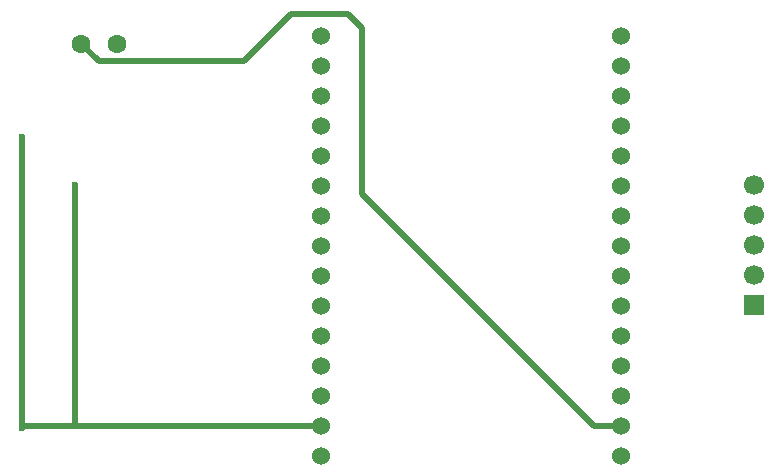
<source format=gbl>
%TF.GenerationSoftware,KiCad,Pcbnew,9.0.7*%
%TF.CreationDate,2026-02-09T12:59:15-05:00*%
%TF.ProjectId,led-planets,6c65642d-706c-4616-9e65-74732e6b6963,rev?*%
%TF.SameCoordinates,Original*%
%TF.FileFunction,Copper,L2,Bot*%
%TF.FilePolarity,Positive*%
%FSLAX46Y46*%
G04 Gerber Fmt 4.6, Leading zero omitted, Abs format (unit mm)*
G04 Created by KiCad (PCBNEW 9.0.7) date 2026-02-09 12:59:15*
%MOMM*%
%LPD*%
G01*
G04 APERTURE LIST*
%TA.AperFunction,ComponentPad*%
%ADD10R,1.700000X1.700000*%
%TD*%
%TA.AperFunction,ComponentPad*%
%ADD11C,1.700000*%
%TD*%
%TA.AperFunction,ComponentPad*%
%ADD12C,1.524000*%
%TD*%
%TA.AperFunction,ComponentPad*%
%ADD13C,1.600000*%
%TD*%
%TA.AperFunction,ViaPad*%
%ADD14C,0.600000*%
%TD*%
%TA.AperFunction,Conductor*%
%ADD15C,0.500000*%
%TD*%
G04 APERTURE END LIST*
D10*
%TO.P,J3,1,Pin_1*%
%TO.N,/TX*%
X129000000Y-76580000D03*
D11*
%TO.P,J3,2,Pin_2*%
%TO.N,/RX*%
X129000000Y-74040000D03*
%TO.P,J3,3,Pin_3*%
%TO.N,/OUT*%
X129000000Y-71500000D03*
%TO.P,J3,4,Pin_4*%
%TO.N,GND*%
X129000000Y-68960000D03*
%TO.P,J3,5,Pin_5*%
%TO.N,+5V*%
X129000000Y-66420000D03*
%TD*%
D12*
%TO.P,U2,1,+3.3V*%
%TO.N,+3.3V*%
X117700000Y-89375000D03*
%TO.P,U2,2,GND*%
%TO.N,GND*%
X117700000Y-86835000D03*
%TO.P,U2,3,GPIO15*%
%TO.N,unconnected-(U2-GPIO15-Pad3)*%
X117700000Y-84295000D03*
%TO.P,U2,4,GPIO2*%
%TO.N,unconnected-(U2-GPIO2-Pad4)*%
X117700000Y-81755000D03*
%TO.P,U2,5,GPIO4*%
%TO.N,unconnected-(U2-GPIO4-Pad5)*%
X117700000Y-79215000D03*
%TO.P,U2,6,GPIO16*%
%TO.N,/TX*%
X117700000Y-76675000D03*
%TO.P,U2,7,GPIO17*%
%TO.N,/RX*%
X117700000Y-74135000D03*
%TO.P,U2,8,GPIO5*%
%TO.N,/OUT*%
X117700000Y-71595000D03*
%TO.P,U2,9,GPIO18*%
%TO.N,unconnected-(U2-GPIO18-Pad9)*%
X117700000Y-69055000D03*
%TO.P,U2,10,GPIO19*%
%TO.N,unconnected-(U2-GPIO19-Pad10)*%
X117700000Y-66515000D03*
%TO.P,U2,11,GPIO21*%
%TO.N,unconnected-(U2-GPIO21-Pad11)*%
X117700000Y-63975000D03*
%TO.P,U2,12,GPIO3*%
%TO.N,unconnected-(U2-GPIO3-Pad12)*%
X117700000Y-61435000D03*
%TO.P,U2,13,GPIO1*%
%TO.N,unconnected-(U2-GPIO1-Pad13)*%
X117700000Y-58895000D03*
%TO.P,U2,14,GPIO22*%
%TO.N,unconnected-(U2-GPIO22-Pad14)*%
X117700000Y-56355000D03*
%TO.P,U2,15,GPIO23*%
%TO.N,unconnected-(U2-GPIO23-Pad15)*%
X117700000Y-53815000D03*
%TO.P,U2,16,EN*%
%TO.N,unconnected-(U2-EN-Pad16)*%
X92300000Y-53815000D03*
%TO.P,U2,17,GPIO36*%
%TO.N,unconnected-(U2-GPIO36-Pad17)*%
X92300000Y-56355000D03*
%TO.P,U2,18,GPIO39*%
%TO.N,unconnected-(U2-GPIO39-Pad18)*%
X92300000Y-58895000D03*
%TO.P,U2,19,GPIO34*%
%TO.N,/ADC_IN_PHOTO*%
X92300000Y-61435000D03*
%TO.P,U2,20,GPIO35*%
%TO.N,unconnected-(U2-GPIO35-Pad20)*%
X92300000Y-63975000D03*
%TO.P,U2,21,GPIO32*%
%TO.N,/MER_B*%
X92300000Y-66515000D03*
%TO.P,U2,22,GPIO33*%
%TO.N,/VEN_B*%
X92300000Y-69055000D03*
%TO.P,U2,23,GPIO25*%
%TO.N,/EAR_B*%
X92300000Y-71595000D03*
%TO.P,U2,24,GPIO26*%
%TO.N,/MAR_B*%
X92300000Y-74135000D03*
%TO.P,U2,25,GPIO27*%
%TO.N,/JUP_B*%
X92300000Y-76675000D03*
%TO.P,U2,26,GPIO14*%
%TO.N,/SAT_B*%
X92300000Y-79215000D03*
%TO.P,U2,27,GPIO12*%
%TO.N,/URA_B*%
X92300000Y-81755000D03*
%TO.P,U2,28,GPIO13*%
%TO.N,/NEP_B*%
X92300000Y-84295000D03*
%TO.P,U2,29,GND*%
%TO.N,GND*%
X92300000Y-86835000D03*
%TO.P,U2,30,VIN*%
%TO.N,+5V*%
X92300000Y-89375000D03*
%TD*%
D13*
%TO.P,R10,1*%
%TO.N,/ADC_IN_PHOTO*%
X75000000Y-54500000D03*
%TO.P,R10,2*%
%TO.N,GND*%
X72000000Y-54500000D03*
%TD*%
D14*
%TO.N,GND*%
X71500000Y-74000000D03*
X76200000Y-86835000D03*
X71500000Y-81500000D03*
X67000000Y-69400000D03*
X67000000Y-76400000D03*
X67000000Y-62400000D03*
X67000000Y-80000000D03*
X67000000Y-66000000D03*
X71500000Y-69000000D03*
X67000000Y-87000000D03*
X71500000Y-76500000D03*
X71500000Y-66500000D03*
X71500000Y-84000000D03*
X67000000Y-83400000D03*
X71500000Y-79000000D03*
X82500000Y-56000000D03*
X71500000Y-71500000D03*
X67000000Y-73000000D03*
%TD*%
D15*
%TO.N,GND*%
X71500000Y-84000000D02*
X71500000Y-86835000D01*
X71500000Y-86835000D02*
X67165000Y-86835000D01*
X67165000Y-86835000D02*
X67000000Y-87000000D01*
X76200000Y-86835000D02*
X71500000Y-86835000D01*
X92300000Y-86835000D02*
X76200000Y-86835000D01*
X95800000Y-53200000D02*
X95800000Y-67200000D01*
X73500000Y-56000000D02*
X82500000Y-56000000D01*
X94600000Y-52000000D02*
X95800000Y-53200000D01*
X115435000Y-86835000D02*
X117700000Y-86835000D01*
X67000000Y-62400000D02*
X67000000Y-87000000D01*
X72000000Y-54500000D02*
X73500000Y-56000000D01*
X95800000Y-67200000D02*
X115435000Y-86835000D01*
X85800000Y-56000000D02*
X89800000Y-52000000D01*
X71500000Y-84000000D02*
X71500000Y-66500000D01*
X82500000Y-56000000D02*
X85800000Y-56000000D01*
X89800000Y-52000000D02*
X94600000Y-52000000D01*
%TD*%
M02*

</source>
